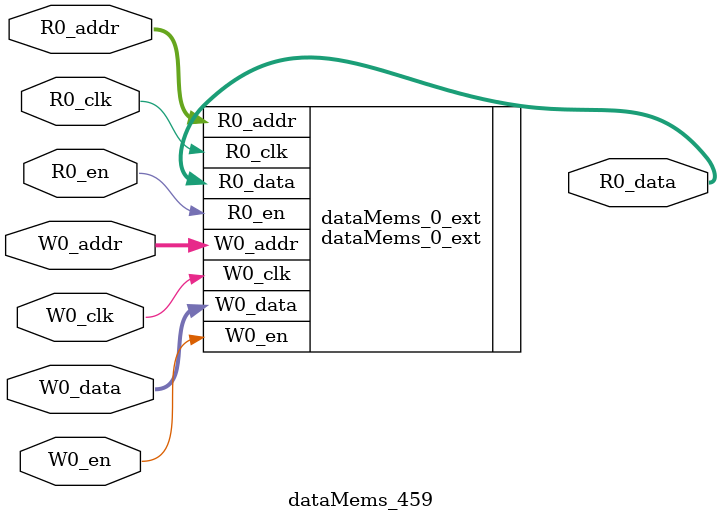
<source format=sv>
`ifndef RANDOMIZE
  `ifdef RANDOMIZE_REG_INIT
    `define RANDOMIZE
  `endif // RANDOMIZE_REG_INIT
`endif // not def RANDOMIZE
`ifndef RANDOMIZE
  `ifdef RANDOMIZE_MEM_INIT
    `define RANDOMIZE
  `endif // RANDOMIZE_MEM_INIT
`endif // not def RANDOMIZE

`ifndef RANDOM
  `define RANDOM $random
`endif // not def RANDOM

// Users can define 'PRINTF_COND' to add an extra gate to prints.
`ifndef PRINTF_COND_
  `ifdef PRINTF_COND
    `define PRINTF_COND_ (`PRINTF_COND)
  `else  // PRINTF_COND
    `define PRINTF_COND_ 1
  `endif // PRINTF_COND
`endif // not def PRINTF_COND_

// Users can define 'ASSERT_VERBOSE_COND' to add an extra gate to assert error printing.
`ifndef ASSERT_VERBOSE_COND_
  `ifdef ASSERT_VERBOSE_COND
    `define ASSERT_VERBOSE_COND_ (`ASSERT_VERBOSE_COND)
  `else  // ASSERT_VERBOSE_COND
    `define ASSERT_VERBOSE_COND_ 1
  `endif // ASSERT_VERBOSE_COND
`endif // not def ASSERT_VERBOSE_COND_

// Users can define 'STOP_COND' to add an extra gate to stop conditions.
`ifndef STOP_COND_
  `ifdef STOP_COND
    `define STOP_COND_ (`STOP_COND)
  `else  // STOP_COND
    `define STOP_COND_ 1
  `endif // STOP_COND
`endif // not def STOP_COND_

// Users can define INIT_RANDOM as general code that gets injected into the
// initializer block for modules with registers.
`ifndef INIT_RANDOM
  `define INIT_RANDOM
`endif // not def INIT_RANDOM

// If using random initialization, you can also define RANDOMIZE_DELAY to
// customize the delay used, otherwise 0.002 is used.
`ifndef RANDOMIZE_DELAY
  `define RANDOMIZE_DELAY 0.002
`endif // not def RANDOMIZE_DELAY

// Define INIT_RANDOM_PROLOG_ for use in our modules below.
`ifndef INIT_RANDOM_PROLOG_
  `ifdef RANDOMIZE
    `ifdef VERILATOR
      `define INIT_RANDOM_PROLOG_ `INIT_RANDOM
    `else  // VERILATOR
      `define INIT_RANDOM_PROLOG_ `INIT_RANDOM #`RANDOMIZE_DELAY begin end
    `endif // VERILATOR
  `else  // RANDOMIZE
    `define INIT_RANDOM_PROLOG_
  `endif // RANDOMIZE
`endif // not def INIT_RANDOM_PROLOG_

// Include register initializers in init blocks unless synthesis is set
`ifndef SYNTHESIS
  `ifndef ENABLE_INITIAL_REG_
    `define ENABLE_INITIAL_REG_
  `endif // not def ENABLE_INITIAL_REG_
`endif // not def SYNTHESIS

// Include rmemory initializers in init blocks unless synthesis is set
`ifndef SYNTHESIS
  `ifndef ENABLE_INITIAL_MEM_
    `define ENABLE_INITIAL_MEM_
  `endif // not def ENABLE_INITIAL_MEM_
`endif // not def SYNTHESIS

module dataMems_459(	// @[generators/ara/src/main/scala/UnsafeAXI4ToTL.scala:365:62]
  input  [4:0]  R0_addr,
  input         R0_en,
  input         R0_clk,
  output [66:0] R0_data,
  input  [4:0]  W0_addr,
  input         W0_en,
  input         W0_clk,
  input  [66:0] W0_data
);

  dataMems_0_ext dataMems_0_ext (	// @[generators/ara/src/main/scala/UnsafeAXI4ToTL.scala:365:62]
    .R0_addr (R0_addr),
    .R0_en   (R0_en),
    .R0_clk  (R0_clk),
    .R0_data (R0_data),
    .W0_addr (W0_addr),
    .W0_en   (W0_en),
    .W0_clk  (W0_clk),
    .W0_data (W0_data)
  );
endmodule


</source>
